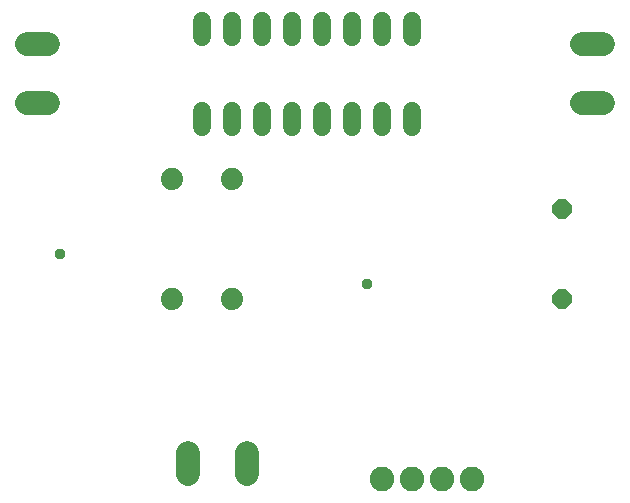
<source format=gbr>
G04 EAGLE Gerber RS-274X export*
G75*
%MOMM*%
%FSLAX34Y34*%
%LPD*%
%INSoldermask Bottom*%
%IPPOS*%
%AMOC8*
5,1,8,0,0,1.08239X$1,22.5*%
G01*
%ADD10P,1.759533X8X112.500000*%
%ADD11C,1.879600*%
%ADD12C,1.524000*%
%ADD13C,2.082800*%
%ADD14C,1.993900*%
%ADD15C,0.959600*%


D10*
X520700Y190500D03*
X520700Y266700D03*
D11*
X241300Y292100D03*
X241300Y190500D03*
X190500Y292100D03*
X190500Y190500D03*
D12*
X215900Y336296D02*
X215900Y349504D01*
X241300Y349504D02*
X241300Y336296D01*
X368300Y336296D02*
X368300Y349504D01*
X393700Y349504D02*
X393700Y336296D01*
X266700Y336296D02*
X266700Y349504D01*
X292100Y349504D02*
X292100Y336296D01*
X342900Y336296D02*
X342900Y349504D01*
X317500Y349504D02*
X317500Y336296D01*
X393700Y412496D02*
X393700Y425704D01*
X368300Y425704D02*
X368300Y412496D01*
X342900Y412496D02*
X342900Y425704D01*
X317500Y425704D02*
X317500Y412496D01*
X292100Y412496D02*
X292100Y425704D01*
X266700Y425704D02*
X266700Y412496D01*
X241300Y412496D02*
X241300Y425704D01*
X215900Y425704D02*
X215900Y412496D01*
D13*
X368300Y38100D03*
X393700Y38100D03*
X419100Y38100D03*
X444500Y38100D03*
D14*
X203600Y41847D02*
X203600Y59754D01*
X253600Y59754D02*
X253600Y41847D01*
X537147Y356000D02*
X555054Y356000D01*
X555054Y406000D02*
X537147Y406000D01*
X85154Y406000D02*
X67247Y406000D01*
X67247Y356000D02*
X85154Y356000D01*
D15*
X95250Y228600D03*
X355600Y203200D03*
M02*

</source>
